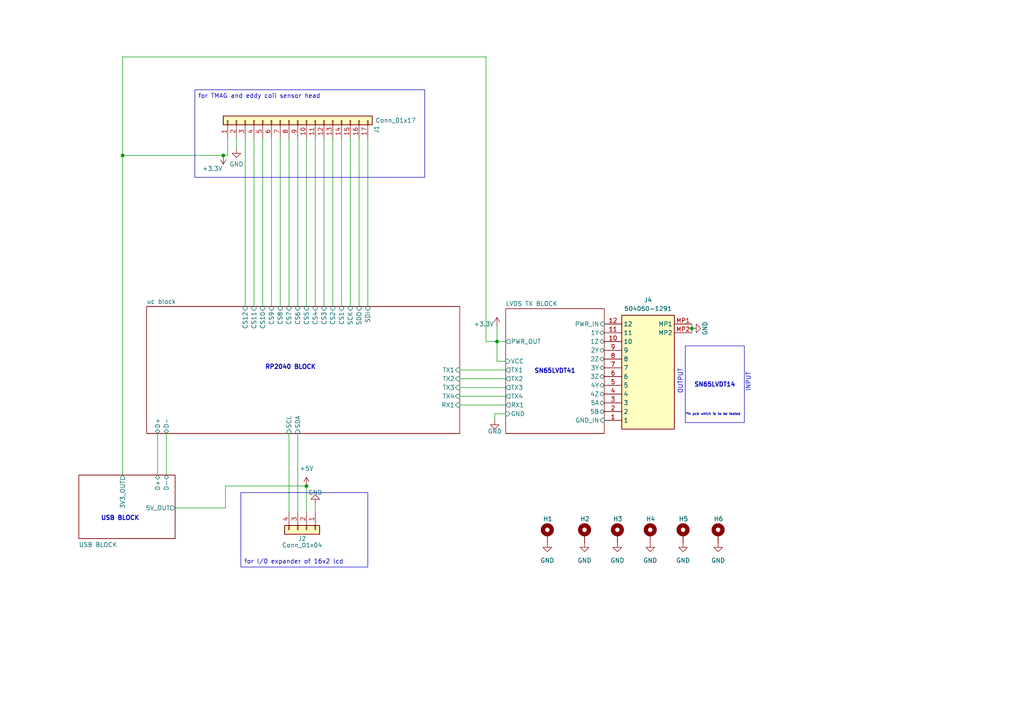
<source format=kicad_sch>
(kicad_sch (version 20230121) (generator eeschema)

  (uuid bde774cb-3387-4e7e-9d4e-e526a502bc45)

  (paper "A4")

  (lib_symbols
    (symbol "Connector_Generic:Conn_01x04" (pin_names (offset 1.016) hide) (in_bom yes) (on_board yes)
      (property "Reference" "J" (at 0 5.08 0)
        (effects (font (size 1.27 1.27)))
      )
      (property "Value" "Conn_01x04" (at 0 -7.62 0)
        (effects (font (size 1.27 1.27)))
      )
      (property "Footprint" "" (at 0 0 0)
        (effects (font (size 1.27 1.27)) hide)
      )
      (property "Datasheet" "~" (at 0 0 0)
        (effects (font (size 1.27 1.27)) hide)
      )
      (property "ki_keywords" "connector" (at 0 0 0)
        (effects (font (size 1.27 1.27)) hide)
      )
      (property "ki_description" "Generic connector, single row, 01x04, script generated (kicad-library-utils/schlib/autogen/connector/)" (at 0 0 0)
        (effects (font (size 1.27 1.27)) hide)
      )
      (property "ki_fp_filters" "Connector*:*_1x??_*" (at 0 0 0)
        (effects (font (size 1.27 1.27)) hide)
      )
      (symbol "Conn_01x04_1_1"
        (rectangle (start -1.27 -4.953) (end 0 -5.207)
          (stroke (width 0.1524) (type default))
          (fill (type none))
        )
        (rectangle (start -1.27 -2.413) (end 0 -2.667)
          (stroke (width 0.1524) (type default))
          (fill (type none))
        )
        (rectangle (start -1.27 0.127) (end 0 -0.127)
          (stroke (width 0.1524) (type default))
          (fill (type none))
        )
        (rectangle (start -1.27 2.667) (end 0 2.413)
          (stroke (width 0.1524) (type default))
          (fill (type none))
        )
        (rectangle (start -1.27 3.81) (end 1.27 -6.35)
          (stroke (width 0.254) (type default))
          (fill (type background))
        )
        (pin passive line (at -5.08 2.54 0) (length 3.81)
          (name "Pin_1" (effects (font (size 1.27 1.27))))
          (number "1" (effects (font (size 1.27 1.27))))
        )
        (pin passive line (at -5.08 0 0) (length 3.81)
          (name "Pin_2" (effects (font (size 1.27 1.27))))
          (number "2" (effects (font (size 1.27 1.27))))
        )
        (pin passive line (at -5.08 -2.54 0) (length 3.81)
          (name "Pin_3" (effects (font (size 1.27 1.27))))
          (number "3" (effects (font (size 1.27 1.27))))
        )
        (pin passive line (at -5.08 -5.08 0) (length 3.81)
          (name "Pin_4" (effects (font (size 1.27 1.27))))
          (number "4" (effects (font (size 1.27 1.27))))
        )
      )
    )
    (symbol "Connector_Generic:Conn_01x17" (pin_names (offset 1.016) hide) (in_bom yes) (on_board yes)
      (property "Reference" "J" (at 0 22.86 0)
        (effects (font (size 1.27 1.27)))
      )
      (property "Value" "Conn_01x17" (at 0 -22.86 0)
        (effects (font (size 1.27 1.27)))
      )
      (property "Footprint" "" (at 0 0 0)
        (effects (font (size 1.27 1.27)) hide)
      )
      (property "Datasheet" "~" (at 0 0 0)
        (effects (font (size 1.27 1.27)) hide)
      )
      (property "ki_keywords" "connector" (at 0 0 0)
        (effects (font (size 1.27 1.27)) hide)
      )
      (property "ki_description" "Generic connector, single row, 01x17, script generated (kicad-library-utils/schlib/autogen/connector/)" (at 0 0 0)
        (effects (font (size 1.27 1.27)) hide)
      )
      (property "ki_fp_filters" "Connector*:*_1x??_*" (at 0 0 0)
        (effects (font (size 1.27 1.27)) hide)
      )
      (symbol "Conn_01x17_1_1"
        (rectangle (start -1.27 -20.193) (end 0 -20.447)
          (stroke (width 0.1524) (type default))
          (fill (type none))
        )
        (rectangle (start -1.27 -17.653) (end 0 -17.907)
          (stroke (width 0.1524) (type default))
          (fill (type none))
        )
        (rectangle (start -1.27 -15.113) (end 0 -15.367)
          (stroke (width 0.1524) (type default))
          (fill (type none))
        )
        (rectangle (start -1.27 -12.573) (end 0 -12.827)
          (stroke (width 0.1524) (type default))
          (fill (type none))
        )
        (rectangle (start -1.27 -10.033) (end 0 -10.287)
          (stroke (width 0.1524) (type default))
          (fill (type none))
        )
        (rectangle (start -1.27 -7.493) (end 0 -7.747)
          (stroke (width 0.1524) (type default))
          (fill (type none))
        )
        (rectangle (start -1.27 -4.953) (end 0 -5.207)
          (stroke (width 0.1524) (type default))
          (fill (type none))
        )
        (rectangle (start -1.27 -2.413) (end 0 -2.667)
          (stroke (width 0.1524) (type default))
          (fill (type none))
        )
        (rectangle (start -1.27 0.127) (end 0 -0.127)
          (stroke (width 0.1524) (type default))
          (fill (type none))
        )
        (rectangle (start -1.27 2.667) (end 0 2.413)
          (stroke (width 0.1524) (type default))
          (fill (type none))
        )
        (rectangle (start -1.27 5.207) (end 0 4.953)
          (stroke (width 0.1524) (type default))
          (fill (type none))
        )
        (rectangle (start -1.27 7.747) (end 0 7.493)
          (stroke (width 0.1524) (type default))
          (fill (type none))
        )
        (rectangle (start -1.27 10.287) (end 0 10.033)
          (stroke (width 0.1524) (type default))
          (fill (type none))
        )
        (rectangle (start -1.27 12.827) (end 0 12.573)
          (stroke (width 0.1524) (type default))
          (fill (type none))
        )
        (rectangle (start -1.27 15.367) (end 0 15.113)
          (stroke (width 0.1524) (type default))
          (fill (type none))
        )
        (rectangle (start -1.27 17.907) (end 0 17.653)
          (stroke (width 0.1524) (type default))
          (fill (type none))
        )
        (rectangle (start -1.27 20.447) (end 0 20.193)
          (stroke (width 0.1524) (type default))
          (fill (type none))
        )
        (rectangle (start -1.27 21.59) (end 1.27 -21.59)
          (stroke (width 0.254) (type default))
          (fill (type background))
        )
        (pin passive line (at -5.08 20.32 0) (length 3.81)
          (name "Pin_1" (effects (font (size 1.27 1.27))))
          (number "1" (effects (font (size 1.27 1.27))))
        )
        (pin passive line (at -5.08 -2.54 0) (length 3.81)
          (name "Pin_10" (effects (font (size 1.27 1.27))))
          (number "10" (effects (font (size 1.27 1.27))))
        )
        (pin passive line (at -5.08 -5.08 0) (length 3.81)
          (name "Pin_11" (effects (font (size 1.27 1.27))))
          (number "11" (effects (font (size 1.27 1.27))))
        )
        (pin passive line (at -5.08 -7.62 0) (length 3.81)
          (name "Pin_12" (effects (font (size 1.27 1.27))))
          (number "12" (effects (font (size 1.27 1.27))))
        )
        (pin passive line (at -5.08 -10.16 0) (length 3.81)
          (name "Pin_13" (effects (font (size 1.27 1.27))))
          (number "13" (effects (font (size 1.27 1.27))))
        )
        (pin passive line (at -5.08 -12.7 0) (length 3.81)
          (name "Pin_14" (effects (font (size 1.27 1.27))))
          (number "14" (effects (font (size 1.27 1.27))))
        )
        (pin passive line (at -5.08 -15.24 0) (length 3.81)
          (name "Pin_15" (effects (font (size 1.27 1.27))))
          (number "15" (effects (font (size 1.27 1.27))))
        )
        (pin passive line (at -5.08 -17.78 0) (length 3.81)
          (name "Pin_16" (effects (font (size 1.27 1.27))))
          (number "16" (effects (font (size 1.27 1.27))))
        )
        (pin passive line (at -5.08 -20.32 0) (length 3.81)
          (name "Pin_17" (effects (font (size 1.27 1.27))))
          (number "17" (effects (font (size 1.27 1.27))))
        )
        (pin passive line (at -5.08 17.78 0) (length 3.81)
          (name "Pin_2" (effects (font (size 1.27 1.27))))
          (number "2" (effects (font (size 1.27 1.27))))
        )
        (pin passive line (at -5.08 15.24 0) (length 3.81)
          (name "Pin_3" (effects (font (size 1.27 1.27))))
          (number "3" (effects (font (size 1.27 1.27))))
        )
        (pin passive line (at -5.08 12.7 0) (length 3.81)
          (name "Pin_4" (effects (font (size 1.27 1.27))))
          (number "4" (effects (font (size 1.27 1.27))))
        )
        (pin passive line (at -5.08 10.16 0) (length 3.81)
          (name "Pin_5" (effects (font (size 1.27 1.27))))
          (number "5" (effects (font (size 1.27 1.27))))
        )
        (pin passive line (at -5.08 7.62 0) (length 3.81)
          (name "Pin_6" (effects (font (size 1.27 1.27))))
          (number "6" (effects (font (size 1.27 1.27))))
        )
        (pin passive line (at -5.08 5.08 0) (length 3.81)
          (name "Pin_7" (effects (font (size 1.27 1.27))))
          (number "7" (effects (font (size 1.27 1.27))))
        )
        (pin passive line (at -5.08 2.54 0) (length 3.81)
          (name "Pin_8" (effects (font (size 1.27 1.27))))
          (number "8" (effects (font (size 1.27 1.27))))
        )
        (pin passive line (at -5.08 0 0) (length 3.81)
          (name "Pin_9" (effects (font (size 1.27 1.27))))
          (number "9" (effects (font (size 1.27 1.27))))
        )
      )
    )
    (symbol "Mechanical:MountingHole_Pad" (pin_numbers hide) (pin_names (offset 1.016) hide) (in_bom yes) (on_board yes)
      (property "Reference" "H" (at 0 6.35 0)
        (effects (font (size 1.27 1.27)))
      )
      (property "Value" "MountingHole_Pad" (at 0 4.445 0)
        (effects (font (size 1.27 1.27)))
      )
      (property "Footprint" "" (at 0 0 0)
        (effects (font (size 1.27 1.27)) hide)
      )
      (property "Datasheet" "~" (at 0 0 0)
        (effects (font (size 1.27 1.27)) hide)
      )
      (property "ki_keywords" "mounting hole" (at 0 0 0)
        (effects (font (size 1.27 1.27)) hide)
      )
      (property "ki_description" "Mounting Hole with connection" (at 0 0 0)
        (effects (font (size 1.27 1.27)) hide)
      )
      (property "ki_fp_filters" "MountingHole*Pad*" (at 0 0 0)
        (effects (font (size 1.27 1.27)) hide)
      )
      (symbol "MountingHole_Pad_0_1"
        (circle (center 0 1.27) (radius 1.27)
          (stroke (width 1.27) (type default))
          (fill (type none))
        )
      )
      (symbol "MountingHole_Pad_1_1"
        (pin input line (at 0 -2.54 90) (length 2.54)
          (name "1" (effects (font (size 1.27 1.27))))
          (number "1" (effects (font (size 1.27 1.27))))
        )
      )
    )
    (symbol "SamacSys_Parts:504050-1291" (in_bom yes) (on_board yes)
      (property "Reference" "J" (at 21.59 7.62 0)
        (effects (font (size 1.27 1.27)) (justify left top))
      )
      (property "Value" "504050-1291" (at 21.59 5.08 0)
        (effects (font (size 1.27 1.27)) (justify left top))
      )
      (property "Footprint" "5040501291" (at 21.59 -94.92 0)
        (effects (font (size 1.27 1.27)) (justify left top) hide)
      )
      (property "Datasheet" "" (at 21.59 -194.92 0)
        (effects (font (size 1.27 1.27)) (justify left top) hide)
      )
      (property "Height" "2.15" (at 21.59 -394.92 0)
        (effects (font (size 1.27 1.27)) (justify left top) hide)
      )
      (property "Manufacturer_Name" "Molex" (at 21.59 -494.92 0)
        (effects (font (size 1.27 1.27)) (justify left top) hide)
      )
      (property "Manufacturer_Part_Number" "504050-1291" (at 21.59 -594.92 0)
        (effects (font (size 1.27 1.27)) (justify left top) hide)
      )
      (property "Mouser Part Number" "538-504050-1291" (at 21.59 -694.92 0)
        (effects (font (size 1.27 1.27)) (justify left top) hide)
      )
      (property "Mouser Price/Stock" "https://www.mouser.co.uk/ProductDetail/Molex/504050-1291?qs=IvkZ4pJZlB2rki3iIhyJgg%3D%3D" (at 21.59 -794.92 0)
        (effects (font (size 1.27 1.27)) (justify left top) hide)
      )
      (property "Arrow Part Number" "" (at 21.59 -894.92 0)
        (effects (font (size 1.27 1.27)) (justify left top) hide)
      )
      (property "Arrow Price/Stock" "" (at 21.59 -994.92 0)
        (effects (font (size 1.27 1.27)) (justify left top) hide)
      )
      (property "ki_description" "Headers & Wire Housings 1.5 W/B HEADER ASS\\'Y EMBTP PKG (12P)" (at 0 0 0)
        (effects (font (size 1.27 1.27)) hide)
      )
      (symbol "504050-1291_1_1"
        (rectangle (start 5.08 2.54) (end 20.32 -30.48)
          (stroke (width 0.254) (type default))
          (fill (type background))
        )
        (pin passive line (at 0 -27.94 0) (length 5.08)
          (name "1" (effects (font (size 1.27 1.27))))
          (number "1" (effects (font (size 1.27 1.27))))
        )
        (pin passive line (at 0 -5.08 0) (length 5.08)
          (name "10" (effects (font (size 1.27 1.27))))
          (number "10" (effects (font (size 1.27 1.27))))
        )
        (pin passive line (at 0 -2.54 0) (length 5.08)
          (name "11" (effects (font (size 1.27 1.27))))
          (number "11" (effects (font (size 1.27 1.27))))
        )
        (pin passive line (at 0 0 0) (length 5.08)
          (name "12" (effects (font (size 1.27 1.27))))
          (number "12" (effects (font (size 1.27 1.27))))
        )
        (pin passive line (at 0 -25.4 0) (length 5.08)
          (name "2" (effects (font (size 1.27 1.27))))
          (number "2" (effects (font (size 1.27 1.27))))
        )
        (pin passive line (at 0 -22.86 0) (length 5.08)
          (name "3" (effects (font (size 1.27 1.27))))
          (number "3" (effects (font (size 1.27 1.27))))
        )
        (pin passive line (at 0 -20.32 0) (length 5.08)
          (name "4" (effects (font (size 1.27 1.27))))
          (number "4" (effects (font (size 1.27 1.27))))
        )
        (pin passive line (at 0 -17.78 0) (length 5.08)
          (name "5" (effects (font (size 1.27 1.27))))
          (number "5" (effects (font (size 1.27 1.27))))
        )
        (pin passive line (at 0 -15.24 0) (length 5.08)
          (name "6" (effects (font (size 1.27 1.27))))
          (number "6" (effects (font (size 1.27 1.27))))
        )
        (pin passive line (at 0 -12.7 0) (length 5.08)
          (name "7" (effects (font (size 1.27 1.27))))
          (number "7" (effects (font (size 1.27 1.27))))
        )
        (pin passive line (at 0 -10.16 0) (length 5.08)
          (name "8" (effects (font (size 1.27 1.27))))
          (number "8" (effects (font (size 1.27 1.27))))
        )
        (pin passive line (at 0 -7.62 0) (length 5.08)
          (name "9" (effects (font (size 1.27 1.27))))
          (number "9" (effects (font (size 1.27 1.27))))
        )
        (pin passive line (at 25.4 0 180) (length 5.08)
          (name "MP1" (effects (font (size 1.27 1.27))))
          (number "MP1" (effects (font (size 1.27 1.27))))
        )
        (pin passive line (at 25.4 -2.54 180) (length 5.08)
          (name "MP2" (effects (font (size 1.27 1.27))))
          (number "MP2" (effects (font (size 1.27 1.27))))
        )
      )
    )
    (symbol "power:+3.3V" (power) (pin_names (offset 0)) (in_bom yes) (on_board yes)
      (property "Reference" "#PWR" (at 0 -3.81 0)
        (effects (font (size 1.27 1.27)) hide)
      )
      (property "Value" "+3.3V" (at 0 3.556 0)
        (effects (font (size 1.27 1.27)))
      )
      (property "Footprint" "" (at 0 0 0)
        (effects (font (size 1.27 1.27)) hide)
      )
      (property "Datasheet" "" (at 0 0 0)
        (effects (font (size 1.27 1.27)) hide)
      )
      (property "ki_keywords" "global power" (at 0 0 0)
        (effects (font (size 1.27 1.27)) hide)
      )
      (property "ki_description" "Power symbol creates a global label with name \"+3.3V\"" (at 0 0 0)
        (effects (font (size 1.27 1.27)) hide)
      )
      (symbol "+3.3V_0_1"
        (polyline
          (pts
            (xy -0.762 1.27)
            (xy 0 2.54)
          )
          (stroke (width 0) (type default))
          (fill (type none))
        )
        (polyline
          (pts
            (xy 0 0)
            (xy 0 2.54)
          )
          (stroke (width 0) (type default))
          (fill (type none))
        )
        (polyline
          (pts
            (xy 0 2.54)
            (xy 0.762 1.27)
          )
          (stroke (width 0) (type default))
          (fill (type none))
        )
      )
      (symbol "+3.3V_1_1"
        (pin power_in line (at 0 0 90) (length 0) hide
          (name "+3.3V" (effects (font (size 1.27 1.27))))
          (number "1" (effects (font (size 1.27 1.27))))
        )
      )
    )
    (symbol "power:+5V" (power) (pin_names (offset 0)) (in_bom yes) (on_board yes)
      (property "Reference" "#PWR" (at 0 -3.81 0)
        (effects (font (size 1.27 1.27)) hide)
      )
      (property "Value" "+5V" (at 0 3.556 0)
        (effects (font (size 1.27 1.27)))
      )
      (property "Footprint" "" (at 0 0 0)
        (effects (font (size 1.27 1.27)) hide)
      )
      (property "Datasheet" "" (at 0 0 0)
        (effects (font (size 1.27 1.27)) hide)
      )
      (property "ki_keywords" "global power" (at 0 0 0)
        (effects (font (size 1.27 1.27)) hide)
      )
      (property "ki_description" "Power symbol creates a global label with name \"+5V\"" (at 0 0 0)
        (effects (font (size 1.27 1.27)) hide)
      )
      (symbol "+5V_0_1"
        (polyline
          (pts
            (xy -0.762 1.27)
            (xy 0 2.54)
          )
          (stroke (width 0) (type default))
          (fill (type none))
        )
        (polyline
          (pts
            (xy 0 0)
            (xy 0 2.54)
          )
          (stroke (width 0) (type default))
          (fill (type none))
        )
        (polyline
          (pts
            (xy 0 2.54)
            (xy 0.762 1.27)
          )
          (stroke (width 0) (type default))
          (fill (type none))
        )
      )
      (symbol "+5V_1_1"
        (pin power_in line (at 0 0 90) (length 0) hide
          (name "+5V" (effects (font (size 1.27 1.27))))
          (number "1" (effects (font (size 1.27 1.27))))
        )
      )
    )
    (symbol "power:GND" (power) (pin_names (offset 0)) (in_bom yes) (on_board yes)
      (property "Reference" "#PWR" (at 0 -6.35 0)
        (effects (font (size 1.27 1.27)) hide)
      )
      (property "Value" "GND" (at 0 -3.81 0)
        (effects (font (size 1.27 1.27)))
      )
      (property "Footprint" "" (at 0 0 0)
        (effects (font (size 1.27 1.27)) hide)
      )
      (property "Datasheet" "" (at 0 0 0)
        (effects (font (size 1.27 1.27)) hide)
      )
      (property "ki_keywords" "global power" (at 0 0 0)
        (effects (font (size 1.27 1.27)) hide)
      )
      (property "ki_description" "Power symbol creates a global label with name \"GND\" , ground" (at 0 0 0)
        (effects (font (size 1.27 1.27)) hide)
      )
      (symbol "GND_0_1"
        (polyline
          (pts
            (xy 0 0)
            (xy 0 -1.27)
            (xy 1.27 -1.27)
            (xy 0 -2.54)
            (xy -1.27 -1.27)
            (xy 0 -1.27)
          )
          (stroke (width 0) (type default))
          (fill (type none))
        )
      )
      (symbol "GND_1_1"
        (pin power_in line (at 0 0 270) (length 0) hide
          (name "GND" (effects (font (size 1.27 1.27))))
          (number "1" (effects (font (size 1.27 1.27))))
        )
      )
    )
  )

  (junction (at 64.77 45.085) (diameter 0) (color 0 0 0 0)
    (uuid 1ceb22c9-22a1-4746-b271-0d0816a867e7)
  )
  (junction (at 35.56 45.085) (diameter 0) (color 0 0 0 0)
    (uuid 9d23c6d0-27d5-463f-9bb3-83f2b33fec8f)
  )
  (junction (at 88.9 140.97) (diameter 0) (color 0 0 0 0)
    (uuid af6824c2-9c2b-40ba-8773-cd6df09c81ae)
  )
  (junction (at 144.145 99.06) (diameter 0) (color 0 0 0 0)
    (uuid b9120083-44a4-4452-8e2f-640fa85a93f9)
  )
  (junction (at 200.66 95.25) (diameter 0) (color 0 0 0 0)
    (uuid cdac0a51-f398-471d-96e7-fdeeb25d37d6)
  )

  (wire (pts (xy 88.9 140.97) (xy 88.9 148.59))
    (stroke (width 0) (type default))
    (uuid 03c0bacb-e82e-4152-b354-7413f67582b9)
  )
  (wire (pts (xy 133.35 109.855) (xy 146.685 109.855))
    (stroke (width 0) (type default))
    (uuid 27723084-8ab9-4434-a080-86e5b5ae5817)
  )
  (wire (pts (xy 99.06 40.005) (xy 99.06 88.9))
    (stroke (width 0) (type default))
    (uuid 2a6a8e6c-060c-49d6-868d-d0511cce7811)
  )
  (wire (pts (xy 104.14 40.005) (xy 104.14 88.9))
    (stroke (width 0) (type default))
    (uuid 324f0a1d-445d-49b6-acb1-416afa36bbbe)
  )
  (wire (pts (xy 200.66 95.25) (xy 200.66 96.52))
    (stroke (width 0) (type default))
    (uuid 35fd79d0-164a-4a4b-a782-c9e4985d53e4)
  )
  (wire (pts (xy 35.56 45.085) (xy 35.56 137.795))
    (stroke (width 0) (type default))
    (uuid 3a4ff04f-4e89-4fb7-809f-524969f41603)
  )
  (wire (pts (xy 45.72 125.73) (xy 45.72 137.795))
    (stroke (width 0) (type default))
    (uuid 3e2663e6-0edd-47df-be85-ea34a652b5e0)
  )
  (wire (pts (xy 35.56 16.51) (xy 35.56 45.085))
    (stroke (width 0) (type default))
    (uuid 41c46962-e406-482c-a316-4e21be3ca9d5)
  )
  (wire (pts (xy 146.685 104.775) (xy 144.145 104.775))
    (stroke (width 0) (type default))
    (uuid 43d591c9-fb64-4ebe-8c81-f555da0fe215)
  )
  (wire (pts (xy 200.66 93.98) (xy 200.66 95.25))
    (stroke (width 0) (type default))
    (uuid 47ff9cc1-a263-4d79-92b1-2e6f5a5880c0)
  )
  (wire (pts (xy 35.56 16.51) (xy 140.97 16.51))
    (stroke (width 0) (type default))
    (uuid 49b48023-c3aa-4f96-9f4c-43ea36032161)
  )
  (wire (pts (xy 133.35 112.395) (xy 146.685 112.395))
    (stroke (width 0) (type default))
    (uuid 4e93ef82-d351-40b8-b3f3-2b50fd945624)
  )
  (wire (pts (xy 140.97 99.06) (xy 144.145 99.06))
    (stroke (width 0) (type default))
    (uuid 5067ffc3-ff52-4797-b384-9880cd535ac1)
  )
  (wire (pts (xy 65.405 147.32) (xy 50.8 147.32))
    (stroke (width 0) (type default))
    (uuid 525fe54e-a695-4c3f-b57b-577c574d334c)
  )
  (wire (pts (xy 35.56 45.085) (xy 64.77 45.085))
    (stroke (width 0) (type default))
    (uuid 64423875-bb3f-4f68-8076-05126eca73bf)
  )
  (wire (pts (xy 144.145 99.06) (xy 146.685 99.06))
    (stroke (width 0) (type default))
    (uuid 69f62901-edee-4212-84d3-7f607d7f3000)
  )
  (wire (pts (xy 96.52 40.005) (xy 96.52 88.9))
    (stroke (width 0) (type default))
    (uuid 6bd68d71-ca0b-451e-93a3-0bd135f0d29b)
  )
  (wire (pts (xy 143.51 121.92) (xy 143.51 120.015))
    (stroke (width 0) (type default))
    (uuid 75c6cb5f-b240-45ff-99df-f566e42a2697)
  )
  (wire (pts (xy 86.36 125.73) (xy 86.36 148.59))
    (stroke (width 0) (type default))
    (uuid 7840652f-7c8b-42f2-a136-0f5c76bca5c1)
  )
  (wire (pts (xy 66.04 45.085) (xy 66.04 40.005))
    (stroke (width 0) (type default))
    (uuid 79268db4-30a1-48d0-97f7-6bcb4429cd6d)
  )
  (wire (pts (xy 144.145 99.06) (xy 144.145 104.775))
    (stroke (width 0) (type default))
    (uuid 7e253bb1-ef23-4841-a657-0201c43f81d7)
  )
  (wire (pts (xy 81.28 40.005) (xy 81.28 88.9))
    (stroke (width 0) (type default))
    (uuid 81dfce38-ccc9-4abc-9e17-c5016bf72677)
  )
  (wire (pts (xy 91.44 146.05) (xy 91.44 148.59))
    (stroke (width 0) (type default))
    (uuid 8ccb7245-b1ec-4e76-a916-9fea8ec526e0)
  )
  (wire (pts (xy 64.77 45.085) (xy 66.04 45.085))
    (stroke (width 0) (type default))
    (uuid 8dcc6259-7e4b-4e4b-a30b-bf5bf0c92d49)
  )
  (wire (pts (xy 76.2 40.005) (xy 76.2 88.9))
    (stroke (width 0) (type default))
    (uuid 8f13e5a3-2a1a-420d-9e78-f14b1779ca08)
  )
  (wire (pts (xy 65.405 140.97) (xy 88.9 140.97))
    (stroke (width 0) (type default))
    (uuid 96b6aeed-0e6c-4ea0-a789-cd8ef8fc3090)
  )
  (wire (pts (xy 93.98 40.005) (xy 93.98 88.9))
    (stroke (width 0) (type default))
    (uuid a41deb99-8517-46e2-8134-1320cad2aace)
  )
  (wire (pts (xy 144.145 94.615) (xy 144.145 99.06))
    (stroke (width 0) (type default))
    (uuid a636fc55-ca90-412a-aba0-b14a9485f073)
  )
  (wire (pts (xy 48.26 125.73) (xy 48.26 137.795))
    (stroke (width 0) (type default))
    (uuid a825f21f-aadf-46f5-a2b4-58b1eb6406d4)
  )
  (wire (pts (xy 68.58 43.18) (xy 68.58 40.005))
    (stroke (width 0) (type default))
    (uuid b005f959-4df8-42f2-a305-a6086c50208b)
  )
  (wire (pts (xy 83.82 125.73) (xy 83.82 148.59))
    (stroke (width 0) (type default))
    (uuid b06343b1-992d-4d97-8981-1e1f6db53278)
  )
  (wire (pts (xy 86.36 40.005) (xy 86.36 88.9))
    (stroke (width 0) (type default))
    (uuid bcc6a15d-aeb1-42da-8024-4dac716b0271)
  )
  (wire (pts (xy 143.51 120.015) (xy 146.685 120.015))
    (stroke (width 0) (type default))
    (uuid c08d61bf-aff5-410f-8c67-40a5162d56b1)
  )
  (wire (pts (xy 71.12 40.005) (xy 71.12 88.9))
    (stroke (width 0) (type default))
    (uuid c349ce9a-63c1-4a6c-ba64-90c2c1cb1515)
  )
  (wire (pts (xy 106.68 40.005) (xy 106.68 88.9))
    (stroke (width 0) (type default))
    (uuid d11c0073-6448-4cd3-8437-7f942e6575e3)
  )
  (wire (pts (xy 133.35 117.475) (xy 146.685 117.475))
    (stroke (width 0) (type default))
    (uuid d12e15b7-ad3d-4557-9848-414e8076bce4)
  )
  (wire (pts (xy 73.66 40.005) (xy 73.66 88.9))
    (stroke (width 0) (type default))
    (uuid d6117dd3-b3d4-4bbd-9976-a02b4b02b639)
  )
  (wire (pts (xy 91.44 40.005) (xy 91.44 88.9))
    (stroke (width 0) (type default))
    (uuid d74302e2-139a-444f-920f-8e5cd53fff99)
  )
  (wire (pts (xy 83.82 40.005) (xy 83.82 88.9))
    (stroke (width 0) (type default))
    (uuid d7509c88-661b-401b-af76-32f7ca7562b3)
  )
  (wire (pts (xy 133.35 114.935) (xy 146.685 114.935))
    (stroke (width 0) (type default))
    (uuid dcf9ca17-255b-45d2-9b0c-8fe7b25fd1d9)
  )
  (wire (pts (xy 101.6 40.005) (xy 101.6 88.9))
    (stroke (width 0) (type default))
    (uuid e0f77821-a791-458b-b9f6-9edba628afc7)
  )
  (wire (pts (xy 140.97 99.06) (xy 140.97 16.51))
    (stroke (width 0) (type default))
    (uuid e8213b17-b9de-4e73-903f-c24737eb9347)
  )
  (wire (pts (xy 78.74 40.005) (xy 78.74 88.9))
    (stroke (width 0) (type default))
    (uuid ed9c0f82-8cd2-42bd-9c2e-dce8513af581)
  )
  (wire (pts (xy 65.405 147.32) (xy 65.405 140.97))
    (stroke (width 0) (type default))
    (uuid efd4fd6a-d72e-4582-bc9a-ad0cd01ca545)
  )
  (wire (pts (xy 133.35 107.315) (xy 146.685 107.315))
    (stroke (width 0) (type default))
    (uuid f25e1233-9dcd-430a-850b-b36947f4722e)
  )
  (wire (pts (xy 88.9 40.005) (xy 88.9 88.9))
    (stroke (width 0) (type default))
    (uuid fe555498-4ae9-451c-a49a-3b0463dd3d93)
  )

  (text_box "for TMAG and eddy coil sensor head "
    (at 56.515 26.035 0) (size 66.675 25.4)
    (stroke (width 0) (type default))
    (fill (type none))
    (effects (font (size 1.27 1.27)) (justify left top))
    (uuid bea8f635-863a-4d99-9f9e-1a0c3e89936a)
  )
  (text_box "for I/0 expander of 16x2 lcd"
    (at 69.85 142.875 0) (size 36.83 21.59)
    (stroke (width 0) (type default))
    (fill (type none))
    (effects (font (size 1.27 1.27)) (justify left bottom))
    (uuid c190b9cd-88f6-4050-93aa-5697a6df1ed9)
  )
  (text_box "SN65LVDT14 "
    (at 198.755 100.33 0) (size 17.145 22.225)
    (stroke (width 0) (type default))
    (fill (type none))
    (effects (font (size 1.27 1.27) (thickness 0.254) bold))
    (uuid c5b9d9b9-5bce-45d2-ae09-ca7d0717c301)
  )

  (text "*in pcb which is to be tested\n" (at 198.755 120.65 0)
    (effects (font (size 0.7 0.7)) (justify left bottom))
    (uuid 1c7d8c44-d073-4d13-ae5b-fdd6afd42601)
  )
  (text "INPUT \n" (at 217.805 113.665 90)
    (effects (font (size 1.27 1.27)) (justify left bottom))
    (uuid 5ae78bc8-41cd-4e74-bd32-8df81cd06b61)
  )
  (text "OUTPUT\n" (at 198.12 114.3 90)
    (effects (font (size 1.27 1.27)) (justify left bottom))
    (uuid 72ea98fa-c3ec-4056-9c3a-23abd955724a)
  )
  (text "RP2040 BLOCK" (at 76.835 107.315 0)
    (effects (font (size 1.27 1.27) (thickness 0.254) bold) (justify left bottom))
    (uuid 7e155b19-310b-4977-add2-5431b0b5d829)
  )
  (text "USB BLOCK" (at 29.21 151.13 0)
    (effects (font (size 1.27 1.27) (thickness 0.254) bold) (justify left bottom))
    (uuid 8ba6941f-f5a4-4a37-a2d0-4d97eeb26c30)
  )
  (text "SN65LVDT41\n" (at 154.94 108.458 0)
    (effects (font (size 1.27 1.27) (thickness 0.254) bold) (justify left bottom))
    (uuid e9b6473c-cb3b-483d-ac10-b1071bad2939)
  )

  (symbol (lib_id "Mechanical:MountingHole_Pad") (at 169.545 154.94 0) (unit 1)
    (in_bom yes) (on_board yes) (dnp no)
    (uuid 0ce4c32b-46a4-400b-a57f-5b3eba045928)
    (property "Reference" "H2" (at 168.275 150.495 0)
      (effects (font (size 1.27 1.27)) (justify left))
    )
    (property "Value" "MountingHole_Pad" (at 163.195 149.225 0)
      (effects (font (size 1.27 1.27)) (justify left) hide)
    )
    (property "Footprint" "Mounting_Wuerth:Mounting_Wuerth_WA-SMSI-M2_H2mm_9774020243" (at 169.545 154.94 0)
      (effects (font (size 1.27 1.27)) hide)
    )
    (property "Datasheet" "~" (at 169.545 154.94 0)
      (effects (font (size 1.27 1.27)) hide)
    )
    (pin "1" (uuid 23e115a4-2ac1-40c1-b4d3-62e2319faaac))
    (instances
      (project "sensor head test rig"
        (path "/bde774cb-3387-4e7e-9d4e-e526a502bc45"
          (reference "H2") (unit 1)
        )
      )
    )
  )

  (symbol (lib_id "power:GND") (at 179.07 157.48 0) (unit 1)
    (in_bom yes) (on_board yes) (dnp no) (fields_autoplaced)
    (uuid 1a8f792c-f9dd-48eb-804e-e8a827d55d4e)
    (property "Reference" "#PWR052" (at 179.07 163.83 0)
      (effects (font (size 1.27 1.27)) hide)
    )
    (property "Value" "GND" (at 179.07 162.56 0)
      (effects (font (size 1.27 1.27)))
    )
    (property "Footprint" "" (at 179.07 157.48 0)
      (effects (font (size 1.27 1.27)) hide)
    )
    (property "Datasheet" "" (at 179.07 157.48 0)
      (effects (font (size 1.27 1.27)) hide)
    )
    (pin "1" (uuid fe264889-d52f-4b9c-bb1f-fd2685b66d03))
    (instances
      (project "sensor head test rig"
        (path "/bde774cb-3387-4e7e-9d4e-e526a502bc45"
          (reference "#PWR052") (unit 1)
        )
      )
    )
  )

  (symbol (lib_id "power:+5V") (at 88.9 140.97 0) (unit 1)
    (in_bom yes) (on_board yes) (dnp no) (fields_autoplaced)
    (uuid 1b8f3867-e4ee-44d2-919d-b487767deb6a)
    (property "Reference" "#PWR029" (at 88.9 144.78 0)
      (effects (font (size 1.27 1.27)) hide)
    )
    (property "Value" "+5V" (at 88.9 135.89 0)
      (effects (font (size 1.27 1.27)))
    )
    (property "Footprint" "" (at 88.9 140.97 0)
      (effects (font (size 1.27 1.27)) hide)
    )
    (property "Datasheet" "" (at 88.9 140.97 0)
      (effects (font (size 1.27 1.27)) hide)
    )
    (pin "1" (uuid e9236243-38dc-4ceb-83c6-08a038e87dd0))
    (instances
      (project "sensor head test rig"
        (path "/bde774cb-3387-4e7e-9d4e-e526a502bc45"
          (reference "#PWR029") (unit 1)
        )
      )
    )
  )

  (symbol (lib_id "Mechanical:MountingHole_Pad") (at 208.28 154.94 0) (unit 1)
    (in_bom yes) (on_board yes) (dnp no)
    (uuid 1c72ad86-cf16-4c18-b87f-a9b70889b3a9)
    (property "Reference" "H6" (at 207.01 150.495 0)
      (effects (font (size 1.27 1.27)) (justify left))
    )
    (property "Value" "MountingHole_Pad" (at 210.82 154.94 0)
      (effects (font (size 1.27 1.27)) (justify left) hide)
    )
    (property "Footprint" "Mounting_Wuerth:Mounting_Wuerth_WA-SMSI-M2_H2mm_9774020243" (at 208.28 154.94 0)
      (effects (font (size 1.27 1.27)) hide)
    )
    (property "Datasheet" "~" (at 208.28 154.94 0)
      (effects (font (size 1.27 1.27)) hide)
    )
    (pin "1" (uuid 23e115a4-2ac1-40c1-b4d3-62e2319faaad))
    (instances
      (project "sensor head test rig"
        (path "/bde774cb-3387-4e7e-9d4e-e526a502bc45"
          (reference "H6") (unit 1)
        )
      )
    )
  )

  (symbol (lib_id "power:GND") (at 208.28 157.48 0) (unit 1)
    (in_bom yes) (on_board yes) (dnp no) (fields_autoplaced)
    (uuid 2f6abc67-e80e-424e-8add-a1e23a8c0365)
    (property "Reference" "#PWR055" (at 208.28 163.83 0)
      (effects (font (size 1.27 1.27)) hide)
    )
    (property "Value" "GND" (at 208.28 162.56 0)
      (effects (font (size 1.27 1.27)))
    )
    (property "Footprint" "" (at 208.28 157.48 0)
      (effects (font (size 1.27 1.27)) hide)
    )
    (property "Datasheet" "" (at 208.28 157.48 0)
      (effects (font (size 1.27 1.27)) hide)
    )
    (pin "1" (uuid fe264889-d52f-4b9c-bb1f-fd2685b66d04))
    (instances
      (project "sensor head test rig"
        (path "/bde774cb-3387-4e7e-9d4e-e526a502bc45"
          (reference "#PWR055") (unit 1)
        )
      )
    )
  )

  (symbol (lib_id "power:GND") (at 143.51 121.92 0) (unit 1)
    (in_bom yes) (on_board yes) (dnp no)
    (uuid 3d8f188b-fec5-4242-99c9-750db3d8050b)
    (property "Reference" "#PWR030" (at 143.51 128.27 0)
      (effects (font (size 1.27 1.27)) hide)
    )
    (property "Value" "GND" (at 143.51 125.095 0)
      (effects (font (size 1.27 1.27)))
    )
    (property "Footprint" "" (at 143.51 121.92 0)
      (effects (font (size 1.27 1.27)) hide)
    )
    (property "Datasheet" "" (at 143.51 121.92 0)
      (effects (font (size 1.27 1.27)) hide)
    )
    (pin "1" (uuid 5990449f-5fd7-4e2c-8d55-0c994305c54c))
    (instances
      (project "sensor head test rig"
        (path "/bde774cb-3387-4e7e-9d4e-e526a502bc45"
          (reference "#PWR030") (unit 1)
        )
      )
    )
  )

  (symbol (lib_id "Mechanical:MountingHole_Pad") (at 188.595 154.94 0) (unit 1)
    (in_bom yes) (on_board yes) (dnp no)
    (uuid 4905b3ed-e7ea-4251-b20b-36cfe30cd566)
    (property "Reference" "H4" (at 187.325 150.495 0)
      (effects (font (size 1.27 1.27)) (justify left))
    )
    (property "Value" "MountingHole_Pad" (at 191.77 154.94 0)
      (effects (font (size 1.27 1.27)) (justify left) hide)
    )
    (property "Footprint" "Mounting_Wuerth:Mounting_Wuerth_WA-SMSI-M2_H2mm_9774020243" (at 188.595 154.94 0)
      (effects (font (size 1.27 1.27)) hide)
    )
    (property "Datasheet" "~" (at 188.595 154.94 0)
      (effects (font (size 1.27 1.27)) hide)
    )
    (pin "1" (uuid 23e115a4-2ac1-40c1-b4d3-62e2319faaae))
    (instances
      (project "sensor head test rig"
        (path "/bde774cb-3387-4e7e-9d4e-e526a502bc45"
          (reference "H4") (unit 1)
        )
      )
    )
  )

  (symbol (lib_id "Mechanical:MountingHole_Pad") (at 158.75 154.94 0) (unit 1)
    (in_bom yes) (on_board yes) (dnp no)
    (uuid 4ebbb083-1a8a-4784-8c27-fc49b5231cc7)
    (property "Reference" "H1" (at 157.48 150.495 0)
      (effects (font (size 1.27 1.27)) (justify left))
    )
    (property "Value" "MountingHole_Pad" (at 144.78 149.86 0)
      (effects (font (size 1.27 1.27)) (justify left) hide)
    )
    (property "Footprint" "Mounting_Wuerth:Mounting_Wuerth_WA-SMSI-M2_H2mm_9774020243" (at 158.75 154.94 0)
      (effects (font (size 1.27 1.27)) hide)
    )
    (property "Datasheet" "~" (at 158.75 154.94 0)
      (effects (font (size 1.27 1.27)) hide)
    )
    (pin "1" (uuid 23e115a4-2ac1-40c1-b4d3-62e2319faaaf))
    (instances
      (project "sensor head test rig"
        (path "/bde774cb-3387-4e7e-9d4e-e526a502bc45"
          (reference "H1") (unit 1)
        )
      )
    )
  )

  (symbol (lib_id "power:GND") (at 198.12 157.48 0) (unit 1)
    (in_bom yes) (on_board yes) (dnp no) (fields_autoplaced)
    (uuid 65dad80b-6e1e-415a-9cda-c1d3b0eb2008)
    (property "Reference" "#PWR054" (at 198.12 163.83 0)
      (effects (font (size 1.27 1.27)) hide)
    )
    (property "Value" "GND" (at 198.12 162.56 0)
      (effects (font (size 1.27 1.27)))
    )
    (property "Footprint" "" (at 198.12 157.48 0)
      (effects (font (size 1.27 1.27)) hide)
    )
    (property "Datasheet" "" (at 198.12 157.48 0)
      (effects (font (size 1.27 1.27)) hide)
    )
    (pin "1" (uuid fe264889-d52f-4b9c-bb1f-fd2685b66d05))
    (instances
      (project "sensor head test rig"
        (path "/bde774cb-3387-4e7e-9d4e-e526a502bc45"
          (reference "#PWR054") (unit 1)
        )
      )
    )
  )

  (symbol (lib_id "Connector_Generic:Conn_01x17") (at 86.36 34.925 90) (unit 1)
    (in_bom yes) (on_board yes) (dnp no)
    (uuid 7fdddb45-d881-43e5-83f6-92024cdde18a)
    (property "Reference" "J5" (at 109.22 38.735 0)
      (effects (font (size 1.27 1.27)) (justify left))
    )
    (property "Value" "Conn_01x17" (at 120.65 34.925 90)
      (effects (font (size 1.27 1.27)) (justify left))
    )
    (property "Footprint" "SamacSys_Parts:PinHeader_1x17_P1.27mm_Vertical-modified" (at 86.36 34.925 0)
      (effects (font (size 1.27 1.27)) hide)
    )
    (property "Datasheet" "~" (at 86.36 34.925 0)
      (effects (font (size 1.27 1.27)) hide)
    )
    (pin "9" (uuid 077d82d5-5b9d-442f-a577-3ba36e91b5bf))
    (pin "5" (uuid e45ec80e-bab7-460e-9256-636fab9d3bbe))
    (pin "10" (uuid 1886628b-626e-4834-85d5-59701f7406b2))
    (pin "3" (uuid 24fa4d5e-ac68-4b6b-9d39-d5419840edf7))
    (pin "4" (uuid c1d7d90a-a37a-45e0-a672-494375a953bb))
    (pin "15" (uuid 03b33d03-c4e6-4327-9814-100bfc67c48c))
    (pin "8" (uuid 50134e6b-5727-4410-ac3e-c81edde99cee))
    (pin "1" (uuid 88f32f6a-aade-49cb-a6ee-756c3f2bfa72))
    (pin "13" (uuid 622892c1-9e6a-4efe-a831-3b38b5d52529))
    (pin "11" (uuid 6937519c-4c27-4811-b52f-d9909eb14bb4))
    (pin "16" (uuid f451e297-694a-4dd7-ab8e-61f627a69343))
    (pin "14" (uuid 37c99ac4-7c61-4e40-b5d3-c398e762dad7))
    (pin "12" (uuid c6bce9a4-995c-4e46-a636-8a8256f49c5f))
    (pin "2" (uuid 73af9fab-4a83-47a4-9784-38a403120ea7))
    (pin "7" (uuid 96d17e72-1e13-42b8-9b20-e1d800015e92))
    (pin "17" (uuid dc500595-b8fe-4d25-ab85-9bc428e7ee20))
    (pin "6" (uuid 1fa01ea8-9e40-4693-a180-e2dd54a29937))
    (instances
      (project "CSM Proto V4.1"
        (path "/6e4c8169-0e8d-46c5-8994-af1e1b451c73"
          (reference "J5") (unit 1)
        )
      )
      (project "sensor head test rig"
        (path "/bde774cb-3387-4e7e-9d4e-e526a502bc45"
          (reference "J1") (unit 1)
        )
      )
    )
  )

  (symbol (lib_id "power:GND") (at 188.595 157.48 0) (unit 1)
    (in_bom yes) (on_board yes) (dnp no) (fields_autoplaced)
    (uuid 82cc959f-537a-42a5-8fd9-39688399f733)
    (property "Reference" "#PWR053" (at 188.595 163.83 0)
      (effects (font (size 1.27 1.27)) hide)
    )
    (property "Value" "GND" (at 188.595 162.56 0)
      (effects (font (size 1.27 1.27)))
    )
    (property "Footprint" "" (at 188.595 157.48 0)
      (effects (font (size 1.27 1.27)) hide)
    )
    (property "Datasheet" "" (at 188.595 157.48 0)
      (effects (font (size 1.27 1.27)) hide)
    )
    (pin "1" (uuid fe264889-d52f-4b9c-bb1f-fd2685b66d06))
    (instances
      (project "sensor head test rig"
        (path "/bde774cb-3387-4e7e-9d4e-e526a502bc45"
          (reference "#PWR053") (unit 1)
        )
      )
    )
  )

  (symbol (lib_id "power:GND") (at 200.66 95.25 90) (unit 1)
    (in_bom yes) (on_board yes) (dnp no)
    (uuid 87888a9a-0e48-4244-9d82-6f37e544ae29)
    (property "Reference" "#PWR049" (at 207.01 95.25 0)
      (effects (font (size 1.27 1.27)) hide)
    )
    (property "Value" "GND" (at 204.47 95.25 0)
      (effects (font (size 1.27 1.27)))
    )
    (property "Footprint" "" (at 200.66 95.25 0)
      (effects (font (size 1.27 1.27)) hide)
    )
    (property "Datasheet" "" (at 200.66 95.25 0)
      (effects (font (size 1.27 1.27)) hide)
    )
    (pin "1" (uuid 0051bdd4-548d-4a3f-a82d-4f779686f8ab))
    (instances
      (project "sensor head test rig"
        (path "/bde774cb-3387-4e7e-9d4e-e526a502bc45"
          (reference "#PWR049") (unit 1)
        )
      )
    )
  )

  (symbol (lib_id "power:GND") (at 158.75 157.48 0) (unit 1)
    (in_bom yes) (on_board yes) (dnp no) (fields_autoplaced)
    (uuid 8c18c0bc-320e-4ad4-9c09-ab1edd91ccb6)
    (property "Reference" "#PWR050" (at 158.75 163.83 0)
      (effects (font (size 1.27 1.27)) hide)
    )
    (property "Value" "GND" (at 158.75 162.56 0)
      (effects (font (size 1.27 1.27)))
    )
    (property "Footprint" "" (at 158.75 157.48 0)
      (effects (font (size 1.27 1.27)) hide)
    )
    (property "Datasheet" "" (at 158.75 157.48 0)
      (effects (font (size 1.27 1.27)) hide)
    )
    (pin "1" (uuid fe264889-d52f-4b9c-bb1f-fd2685b66d07))
    (instances
      (project "sensor head test rig"
        (path "/bde774cb-3387-4e7e-9d4e-e526a502bc45"
          (reference "#PWR050") (unit 1)
        )
      )
    )
  )

  (symbol (lib_id "power:GND") (at 91.44 146.05 180) (unit 1)
    (in_bom yes) (on_board yes) (dnp no)
    (uuid 9110b300-4a92-41e0-930c-7e6397dd29e2)
    (property "Reference" "#PWR028" (at 91.44 139.7 0)
      (effects (font (size 1.27 1.27)) hide)
    )
    (property "Value" "GND" (at 91.44 142.875 0)
      (effects (font (size 1.27 1.27)))
    )
    (property "Footprint" "" (at 91.44 146.05 0)
      (effects (font (size 1.27 1.27)) hide)
    )
    (property "Datasheet" "" (at 91.44 146.05 0)
      (effects (font (size 1.27 1.27)) hide)
    )
    (pin "1" (uuid 5d73156b-112e-413d-92f7-18aee6db336d))
    (instances
      (project "sensor head test rig"
        (path "/bde774cb-3387-4e7e-9d4e-e526a502bc45"
          (reference "#PWR028") (unit 1)
        )
      )
    )
  )

  (symbol (lib_id "Connector_Generic:Conn_01x04") (at 88.9 153.67 270) (unit 1)
    (in_bom yes) (on_board yes) (dnp no)
    (uuid a45b7547-fa22-483c-8976-fbf45dbac36c)
    (property "Reference" "J2" (at 87.63 156.21 90)
      (effects (font (size 1.27 1.27)))
    )
    (property "Value" "Conn_01x04" (at 87.63 158.115 90)
      (effects (font (size 1.27 1.27)))
    )
    (property "Footprint" "Connector_PinHeader_2.54mm:PinHeader_1x04_P2.54mm_Vertical" (at 88.9 153.67 0)
      (effects (font (size 1.27 1.27)) hide)
    )
    (property "Datasheet" "~" (at 88.9 153.67 0)
      (effects (font (size 1.27 1.27)) hide)
    )
    (pin "2" (uuid 08704ddb-9e30-445c-8e06-2b325274fa71))
    (pin "1" (uuid 622156d2-beeb-4de3-b088-53836e90733d))
    (pin "3" (uuid 3d3fef75-4596-45df-9442-0d01337463a1))
    (pin "4" (uuid 0e702769-ed8a-4bc5-a9a4-34f610f170ad))
    (instances
      (project "sensor head test rig"
        (path "/bde774cb-3387-4e7e-9d4e-e526a502bc45"
          (reference "J2") (unit 1)
        )
      )
    )
  )

  (symbol (lib_id "SamacSys_Parts:504050-1291") (at 175.26 93.98 0) (unit 1)
    (in_bom yes) (on_board yes) (dnp no) (fields_autoplaced)
    (uuid abe3bb13-9a2d-4eed-b857-e54b219c2c23)
    (property "Reference" "J4" (at 187.96 86.995 0)
      (effects (font (size 1.27 1.27)))
    )
    (property "Value" "504050-1291" (at 187.96 89.535 0)
      (effects (font (size 1.27 1.27)))
    )
    (property "Footprint" "5040501291" (at 196.85 188.9 0)
      (effects (font (size 1.27 1.27)) (justify left top) hide)
    )
    (property "Datasheet" "" (at 196.85 288.9 0)
      (effects (font (size 1.27 1.27)) (justify left top) hide)
    )
    (property "Height" "2.15" (at 196.85 488.9 0)
      (effects (font (size 1.27 1.27)) (justify left top) hide)
    )
    (property "Manufacturer_Name" "Molex" (at 196.85 588.9 0)
      (effects (font (size 1.27 1.27)) (justify left top) hide)
    )
    (property "Manufacturer_Part_Number" "504050-1291" (at 196.85 688.9 0)
      (effects (font (size 1.27 1.27)) (justify left top) hide)
    )
    (property "Mouser Part Number" "538-504050-1291" (at 196.85 788.9 0)
      (effects (font (size 1.27 1.27)) (justify left top) hide)
    )
    (property "Mouser Price/Stock" "https://www.mouser.co.uk/ProductDetail/Molex/504050-1291?qs=IvkZ4pJZlB2rki3iIhyJgg%3D%3D" (at 196.85 888.9 0)
      (effects (font (size 1.27 1.27)) (justify left top) hide)
    )
    (property "Arrow Part Number" "" (at 196.85 988.9 0)
      (effects (font (size 1.27 1.27)) (justify left top) hide)
    )
    (property "Arrow Price/Stock" "" (at 196.85 1088.9 0)
      (effects (font (size 1.27 1.27)) (justify left top) hide)
    )
    (pin "9" (uuid 98e55ad6-f529-4b85-8221-ebe7b71a2853))
    (pin "MP2" (uuid 47eb5fbc-1fb6-4c68-b261-93473505cc01))
    (pin "11" (uuid 3aea97fc-7729-43bf-883d-f1ae2793363f))
    (pin "7" (uuid 16e549e3-46ed-4c79-8553-3af1ccb61a37))
    (pin "6" (uuid 9ad359b2-da74-4463-ab7a-7a4311bd5913))
    (pin "2" (uuid 98e9a16d-f18c-4253-9ffc-83f3700fb903))
    (pin "10" (uuid faa2ee84-97e1-4adb-b023-687646bfaac3))
    (pin "MP1" (uuid eaf2d067-0f47-4c81-bed0-e4dbbb037b41))
    (pin "4" (uuid 4763eeef-eaa5-4a58-8a01-58eee48dc1d1))
    (pin "1" (uuid db6d3c4a-6305-405b-af3c-58ad2e7d69c7))
    (pin "12" (uuid 5cf7f886-18ff-475f-9b36-0fdddb630188))
    (pin "3" (uuid 46569630-0517-475c-a5b2-8ff49eee71d4))
    (pin "5" (uuid 81875f5e-21b6-46f8-ab6a-5d2c2cfa51c3))
    (pin "8" (uuid 8f1e7041-9e77-40f8-b706-846638b77683))
    (instances
      (project "sensor head test rig"
        (path "/bde774cb-3387-4e7e-9d4e-e526a502bc45"
          (reference "J4") (unit 1)
        )
      )
    )
  )

  (symbol (lib_id "Mechanical:MountingHole_Pad") (at 179.07 154.94 0) (unit 1)
    (in_bom yes) (on_board yes) (dnp no)
    (uuid c4a27607-c6b0-4189-9c4f-068316e67e93)
    (property "Reference" "H3" (at 177.8 150.495 0)
      (effects (font (size 1.27 1.27)) (justify left))
    )
    (property "Value" "MountingHole_Pad" (at 181.61 154.94 0)
      (effects (font (size 1.27 1.27)) (justify left) hide)
    )
    (property "Footprint" "Mounting_Wuerth:Mounting_Wuerth_WA-SMSI-M2_H2mm_9774020243" (at 179.07 154.94 0)
      (effects (font (size 1.27 1.27)) hide)
    )
    (property "Datasheet" "~" (at 179.07 154.94 0)
      (effects (font (size 1.27 1.27)) hide)
    )
    (pin "1" (uuid 23e115a4-2ac1-40c1-b4d3-62e2319faab0))
    (instances
      (project "sensor head test rig"
        (path "/bde774cb-3387-4e7e-9d4e-e526a502bc45"
          (reference "H3") (unit 1)
        )
      )
    )
  )

  (symbol (lib_id "power:+3.3V") (at 64.77 45.085 180) (unit 1)
    (in_bom yes) (on_board yes) (dnp no)
    (uuid c7a08fc5-4431-4827-9c4e-a3c87554a78c)
    (property "Reference" "#PWR025" (at 64.77 41.275 0)
      (effects (font (size 1.27 1.27)) hide)
    )
    (property "Value" "+3.3V" (at 61.595 48.895 0)
      (effects (font (size 1.27 1.27)))
    )
    (property "Footprint" "" (at 64.77 45.085 0)
      (effects (font (size 1.27 1.27)) hide)
    )
    (property "Datasheet" "" (at 64.77 45.085 0)
      (effects (font (size 1.27 1.27)) hide)
    )
    (pin "1" (uuid 3ec8464e-cf79-4613-ab0c-d4917f647221))
    (instances
      (project "sensor head test rig"
        (path "/bde774cb-3387-4e7e-9d4e-e526a502bc45"
          (reference "#PWR025") (unit 1)
        )
      )
    )
  )

  (symbol (lib_id "power:GND") (at 169.545 157.48 0) (unit 1)
    (in_bom yes) (on_board yes) (dnp no) (fields_autoplaced)
    (uuid d0149b61-8532-4c07-886d-c2de1c8f2cf2)
    (property "Reference" "#PWR051" (at 169.545 163.83 0)
      (effects (font (size 1.27 1.27)) hide)
    )
    (property "Value" "GND" (at 169.545 162.56 0)
      (effects (font (size 1.27 1.27)))
    )
    (property "Footprint" "" (at 169.545 157.48 0)
      (effects (font (size 1.27 1.27)) hide)
    )
    (property "Datasheet" "" (at 169.545 157.48 0)
      (effects (font (size 1.27 1.27)) hide)
    )
    (pin "1" (uuid fe264889-d52f-4b9c-bb1f-fd2685b66d08))
    (instances
      (project "sensor head test rig"
        (path "/bde774cb-3387-4e7e-9d4e-e526a502bc45"
          (reference "#PWR051") (unit 1)
        )
      )
    )
  )

  (symbol (lib_id "power:GND") (at 68.58 43.18 0) (unit 1)
    (in_bom yes) (on_board yes) (dnp no)
    (uuid ece0fb9f-66e0-4924-a2d3-8f8e1bdcdf55)
    (property "Reference" "#PWR026" (at 68.58 49.53 0)
      (effects (font (size 1.27 1.27)) hide)
    )
    (property "Value" "GND" (at 68.58 47.625 0)
      (effects (font (size 1.27 1.27)))
    )
    (property "Footprint" "" (at 68.58 43.18 0)
      (effects (font (size 1.27 1.27)) hide)
    )
    (property "Datasheet" "" (at 68.58 43.18 0)
      (effects (font (size 1.27 1.27)) hide)
    )
    (pin "1" (uuid 34f824a3-caf5-43a1-b76c-1adbe593aa76))
    (instances
      (project "sensor head test rig"
        (path "/bde774cb-3387-4e7e-9d4e-e526a502bc45"
          (reference "#PWR026") (unit 1)
        )
      )
    )
  )

  (symbol (lib_id "power:+3.3V") (at 144.145 94.615 0) (unit 1)
    (in_bom yes) (on_board yes) (dnp no)
    (uuid ee860947-8543-422a-bf2e-b07178391ba4)
    (property "Reference" "#PWR027" (at 144.145 98.425 0)
      (effects (font (size 1.27 1.27)) hide)
    )
    (property "Value" "+3.3V" (at 140.335 93.98 0)
      (effects (font (size 1.27 1.27)))
    )
    (property "Footprint" "" (at 144.145 94.615 0)
      (effects (font (size 1.27 1.27)) hide)
    )
    (property "Datasheet" "" (at 144.145 94.615 0)
      (effects (font (size 1.27 1.27)) hide)
    )
    (pin "1" (uuid e3adf339-1257-42dc-9801-29bc7ff27d04))
    (instances
      (project "sensor head test rig"
        (path "/bde774cb-3387-4e7e-9d4e-e526a502bc45"
          (reference "#PWR027") (unit 1)
        )
      )
    )
  )

  (symbol (lib_id "Mechanical:MountingHole_Pad") (at 198.12 154.94 0) (unit 1)
    (in_bom yes) (on_board yes) (dnp no)
    (uuid f627f547-e32d-41cf-8475-bbb9a846f188)
    (property "Reference" "H5" (at 196.85 150.495 0)
      (effects (font (size 1.27 1.27)) (justify left))
    )
    (property "Value" "MountingHole_Pad" (at 200.66 154.94 0)
      (effects (font (size 1.27 1.27)) (justify left) hide)
    )
    (property "Footprint" "Mounting_Wuerth:Mounting_Wuerth_WA-SMSI-M2_H2mm_9774020243" (at 198.12 154.94 0)
      (effects (font (size 1.27 1.27)) hide)
    )
    (property "Datasheet" "~" (at 198.12 154.94 0)
      (effects (font (size 1.27 1.27)) hide)
    )
    (pin "1" (uuid 23e115a4-2ac1-40c1-b4d3-62e2319faab1))
    (instances
      (project "sensor head test rig"
        (path "/bde774cb-3387-4e7e-9d4e-e526a502bc45"
          (reference "H5") (unit 1)
        )
      )
    )
  )

  (sheet (at 146.685 89.535) (size 28.575 36.195) (fields_autoplaced)
    (stroke (width 0.1524) (type solid))
    (fill (color 0 0 0 0.0000))
    (uuid 7471ed32-b377-4bad-b6a3-c57214f34bb2)
    (property "Sheetname" "LVDS TX BLOCK" (at 146.685 88.8234 0)
      (effects (font (size 1.27 1.27)) (justify left bottom))
    )
    (property "Sheetfile" "LVDS_TX.kicad_sch" (at 146.685 126.3146 0)
      (effects (font (size 1.27 1.27)) (justify left top) hide)
    )
    (pin "TX3" output (at 146.685 112.395 180)
      (effects (font (size 1.27 1.27)) (justify left))
      (uuid df4d4ad0-cd93-478a-aa3e-13f90e3f4b46)
    )
    (pin "TX2" output (at 146.685 109.855 180)
      (effects (font (size 1.27 1.27)) (justify left))
      (uuid c3f5a343-57a5-4b95-a5c3-4f1eecd2b287)
    )
    (pin "GND" input (at 146.685 120.015 180)
      (effects (font (size 1.27 1.27)) (justify left))
      (uuid 8a66b8ed-6acb-4d79-be1f-78ef11d420a8)
    )
    (pin "TX1" output (at 146.685 107.315 180)
      (effects (font (size 1.27 1.27)) (justify left))
      (uuid c66e787a-64b7-4344-9284-c78984bf8490)
    )
    (pin "VCC" input (at 146.685 104.775 180)
      (effects (font (size 1.27 1.27)) (justify left))
      (uuid 9ea84482-bf47-443b-a267-1358b0ebb210)
    )
    (pin "RX1" output (at 146.685 117.475 180)
      (effects (font (size 1.27 1.27)) (justify left))
      (uuid 23d0db43-f6dd-46e6-aa0c-a72bb537e26c)
    )
    (pin "TX4" output (at 146.685 114.935 180)
      (effects (font (size 1.27 1.27)) (justify left))
      (uuid 8854ff85-83c4-4709-b4f8-ff71c93a4da0)
    )
    (pin "1Z" bidirectional (at 175.26 99.06 0)
      (effects (font (size 1.27 1.27)) (justify right))
      (uuid ee77e176-9742-49a4-9db2-c72eba5025ef)
    )
    (pin "2Z" bidirectional (at 175.26 104.14 0)
      (effects (font (size 1.27 1.27)) (justify right))
      (uuid ba226e7b-8539-45e2-88fa-771e8c27f8ac)
    )
    (pin "2Y" bidirectional (at 175.26 101.6 0)
      (effects (font (size 1.27 1.27)) (justify right))
      (uuid 95e8b956-ad7b-49d9-8eb9-6f7c5dbeec8f)
    )
    (pin "1Y" bidirectional (at 175.26 96.52 0)
      (effects (font (size 1.27 1.27)) (justify right))
      (uuid d57f375c-4dcf-4b68-82fc-990f812144e9)
    )
    (pin "4Z" bidirectional (at 175.26 114.3 0)
      (effects (font (size 1.27 1.27)) (justify right))
      (uuid 4be25ae7-a9a7-4bbc-bd53-439adb8d9b48)
    )
    (pin "5A" bidirectional (at 175.26 116.84 0)
      (effects (font (size 1.27 1.27)) (justify right))
      (uuid b76f55ff-8b0d-45d0-84cd-a36d98083c07)
    )
    (pin "5B" bidirectional (at 175.26 119.38 0)
      (effects (font (size 1.27 1.27)) (justify right))
      (uuid 7039884b-a30e-4008-93b6-44e7bff9c22a)
    )
    (pin "PWR_IN" input (at 175.26 93.98 0)
      (effects (font (size 1.27 1.27)) (justify right))
      (uuid 0a049811-f41f-45e7-8e88-694ae5a1d228)
    )
    (pin "GND_IN" input (at 175.26 121.92 0)
      (effects (font (size 1.27 1.27)) (justify right))
      (uuid 1023c5ce-5b5f-4ca5-b9b1-e2b8edffe364)
    )
    (pin "3Z" bidirectional (at 175.26 109.22 0)
      (effects (font (size 1.27 1.27)) (justify right))
      (uuid 9d506893-deac-4bc9-bb22-4a62684be154)
    )
    (pin "4Y" bidirectional (at 175.26 111.76 0)
      (effects (font (size 1.27 1.27)) (justify right))
      (uuid b3c28401-54cb-499c-892f-ccf65b7bd65d)
    )
    (pin "3Y" bidirectional (at 175.26 106.68 0)
      (effects (font (size 1.27 1.27)) (justify right))
      (uuid 6f4261d5-feea-484c-9bf2-e6205c784e80)
    )
    (pin "PWR_OUT" output (at 146.685 99.06 180)
      (effects (font (size 1.27 1.27)) (justify left))
      (uuid be1c5339-4644-4369-88e7-cc6c354dcf4b)
    )
    (instances
      (project "sensor head test rig"
        (path "/bde774cb-3387-4e7e-9d4e-e526a502bc45" (page "3"))
      )
    )
  )

  (sheet (at 22.86 137.795) (size 27.94 18.415)
    (stroke (width 0.1524) (type solid))
    (fill (color 0 0 0 0.0000))
    (uuid d0e1b18f-0290-4640-8149-6b09e91fa57f)
    (property "Sheetname" "USB BLOCK" (at 22.86 158.75 0)
      (effects (font (size 1.27 1.27)) (justify left bottom))
    )
    (property "Sheetfile" "USB_BLOCK.kicad_sch" (at 20.955 156.845 0)
      (effects (font (size 1.27 1.27)) (justify left top) hide)
    )
    (property "Field2" "" (at 22.86 137.795 0)
      (effects (font (size 1.27 1.27)) hide)
    )
    (pin "5V_OUT" output (at 50.8 147.32 0)
      (effects (font (size 1.27 1.27)) (justify right))
      (uuid b736c1b7-ad9b-4046-b594-db60eb7d04b6)
    )
    (pin "3V3_OUT" output (at 35.56 137.795 90)
      (effects (font (size 1.27 1.27)) (justify right))
      (uuid f3b1161e-d638-43ac-ad36-daf11322bf3d)
    )
    (pin "D+" bidirectional (at 45.72 137.795 90)
      (effects (font (size 1.27 1.27)) (justify right))
      (uuid 3a56b7f4-1ca8-4f78-92f0-a17fbefcab9d)
    )
    (pin "D-" bidirectional (at 48.26 137.795 90)
      (effects (font (size 1.27 1.27)) (justify right))
      (uuid 295018ba-b700-408e-a57e-17925065bc23)
    )
    (instances
      (project "sensor head test rig"
        (path "/bde774cb-3387-4e7e-9d4e-e526a502bc45" (page "4"))
      )
    )
  )

  (sheet (at 42.545 88.9) (size 90.805 36.83)
    (stroke (width 0.1524) (type solid))
    (fill (color 0 0 0 0.0000))
    (uuid d1668697-6739-44bf-b27e-9f5edd646973)
    (property "Sheetname" "uc block" (at 42.545 88.1884 0)
      (effects (font (size 1.27 1.27)) (justify left bottom))
    )
    (property "Sheetfile" "uc_block_sch.kicad_sch" (at 103.505 127 0)
      (effects (font (size 1.27 1.27)) (justify left top) hide)
    )
    (pin "CS5" input (at 88.9 88.9 90)
      (effects (font (size 1.27 1.27)) (justify right))
      (uuid 7c446393-ccfe-4712-befb-ccc569d15a9c)
    )
    (pin "CS6" input (at 86.36 88.9 90)
      (effects (font (size 1.27 1.27)) (justify right))
      (uuid a48ac31d-f565-4425-882f-866246854a03)
    )
    (pin "CS7" input (at 83.82 88.9 90)
      (effects (font (size 1.27 1.27)) (justify right))
      (uuid e7fbf2b4-af90-494d-bf4d-5bf81c0362f6)
    )
    (pin "CS8" input (at 81.28 88.9 90)
      (effects (font (size 1.27 1.27)) (justify right))
      (uuid 9c5295bb-c2fe-4879-b882-c70ce59e8f7c)
    )
    (pin "CS9" input (at 78.74 88.9 90)
      (effects (font (size 1.27 1.27)) (justify right))
      (uuid 0cd80ff6-73c8-4403-bba8-9e74eb666cae)
    )
    (pin "SDA" input (at 86.36 125.73 270)
      (effects (font (size 1.27 1.27)) (justify left))
      (uuid 4a06fb56-2c9a-436d-b9de-988c6fa7627d)
    )
    (pin "SCL" input (at 83.82 125.73 270)
      (effects (font (size 1.27 1.27)) (justify left))
      (uuid e4346d6c-6339-4de4-b6c0-764909711ce6)
    )
    (pin "CS10" input (at 76.2 88.9 90)
      (effects (font (size 1.27 1.27)) (justify right))
      (uuid 1ebca0e8-ae87-4db9-b231-0ec23fa0661b)
    )
    (pin "CS11" input (at 73.66 88.9 90)
      (effects (font (size 1.27 1.27)) (justify right))
      (uuid f379fa3b-5f2c-41aa-97cc-f66fdc4e0957)
    )
    (pin "CS1" input (at 99.06 88.9 90)
      (effects (font (size 1.27 1.27)) (justify right))
      (uuid 0a0a0a4b-3c0a-4851-8aa8-58ef1184336f)
    )
    (pin "CS2" input (at 96.52 88.9 90)
      (effects (font (size 1.27 1.27)) (justify right))
      (uuid 3a38b294-e92a-476c-ab2d-0b130a2ab048)
    )
    (pin "CS3" input (at 93.98 88.9 90)
      (effects (font (size 1.27 1.27)) (justify right))
      (uuid febfbed4-8f2d-43e1-b999-15118f836572)
    )
    (pin "CS4" input (at 91.44 88.9 90)
      (effects (font (size 1.27 1.27)) (justify right))
      (uuid 9a1434e7-77b3-489f-b489-2f2df64ac556)
    )
    (pin "SCK" input (at 101.6 88.9 90)
      (effects (font (size 1.27 1.27)) (justify right))
      (uuid 4723b9c4-8667-4cd7-89b8-ec085bbbfec8)
    )
    (pin "CS12" input (at 71.12 88.9 90)
      (effects (font (size 1.27 1.27)) (justify right))
      (uuid 8b2ad441-b57c-4611-988f-42a795a2cd5f)
    )
    (pin "SDO" input (at 104.14 88.9 90)
      (effects (font (size 1.27 1.27)) (justify right))
      (uuid f926defa-6af3-417f-a150-0d947aa72030)
    )
    (pin "SDI" input (at 106.68 88.9 90)
      (effects (font (size 1.27 1.27)) (justify right))
      (uuid 27f6202a-7c81-4c03-8592-b4d407f2988b)
    )
    (pin "RX1" input (at 133.35 117.475 0)
      (effects (font (size 1.27 1.27)) (justify right))
      (uuid d82873ca-dd01-4948-9455-bb219ae3ad99)
    )
    (pin "TX2" input (at 133.35 109.855 0)
      (effects (font (size 1.27 1.27)) (justify right))
      (uuid 8f394e5a-63ff-4a87-b053-c63d5ee04f63)
    )
    (pin "TX4" input (at 133.35 114.935 0)
      (effects (font (size 1.27 1.27)) (justify right))
      (uuid 58dd8ad7-e53e-4d2a-bb58-527441e0d6a8)
    )
    (pin "TX3" input (at 133.35 112.395 0)
      (effects (font (size 1.27 1.27)) (justify right))
      (uuid 84288108-fafa-4dee-b509-09c3419142ae)
    )
    (pin "TX1" input (at 133.35 107.315 0)
      (effects (font (size 1.27 1.27)) (justify right))
      (uuid 36940919-03b0-4589-83d5-d1f86d30f12b)
    )
    (pin "D-" bidirectional (at 48.26 125.73 270)
      (effects (font (size 1.27 1.27)) (justify left))
      (uuid fadc99dd-a62f-436f-8568-4677a45e6094)
    )
    (pin "D+" bidirectional (at 45.72 125.73 270)
      (effects (font (size 1.27 1.27)) (justify left))
      (uuid 4c917a80-da8b-475a-a5c3-92cf7297923e)
    )
    (instances
      (project "sensor head test rig"
        (path "/bde774cb-3387-4e7e-9d4e-e526a502bc45" (page "2"))
      )
    )
  )

  (sheet_instances
    (path "/" (page "1"))
  )
)

</source>
